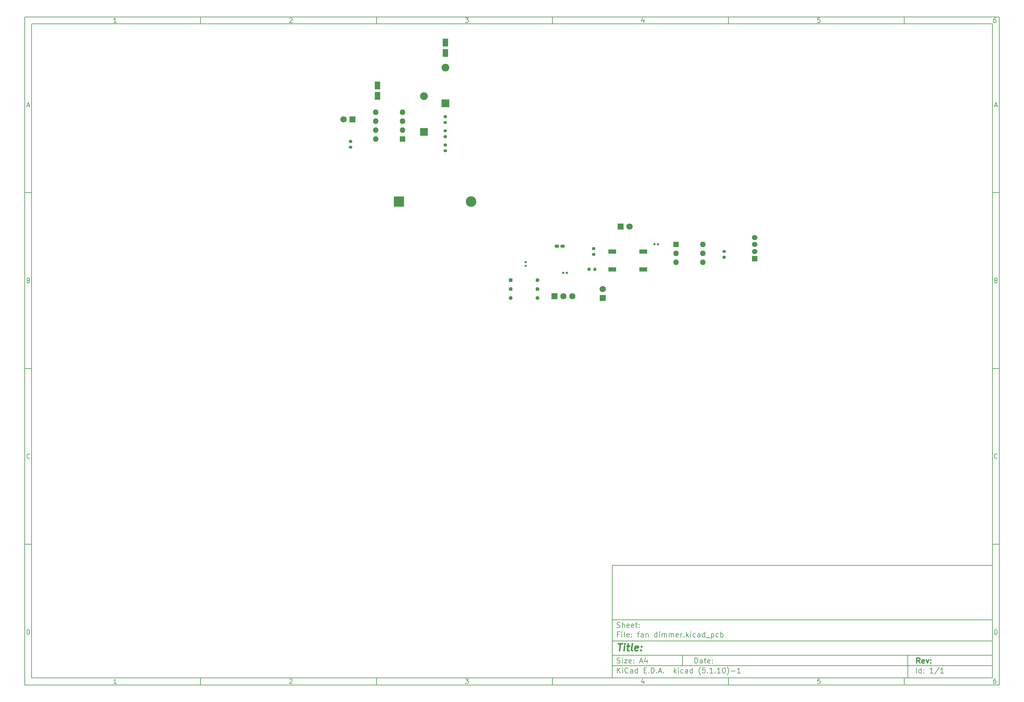
<source format=gts>
%TF.GenerationSoftware,KiCad,Pcbnew,(5.1.10)-1*%
%TF.CreationDate,2021-11-11T09:46:56+05:30*%
%TF.ProjectId,fan dimmer,66616e20-6469-46d6-9d65-722e6b696361,rev?*%
%TF.SameCoordinates,Original*%
%TF.FileFunction,Soldermask,Top*%
%TF.FilePolarity,Negative*%
%FSLAX46Y46*%
G04 Gerber Fmt 4.6, Leading zero omitted, Abs format (unit mm)*
G04 Created by KiCad (PCBNEW (5.1.10)-1) date 2021-11-11 09:46:56*
%MOMM*%
%LPD*%
G01*
G04 APERTURE LIST*
%ADD10C,0.100000*%
%ADD11C,0.150000*%
%ADD12C,0.300000*%
%ADD13C,0.400000*%
%ADD14R,3.000000X3.000000*%
%ADD15C,3.000000*%
%ADD16R,1.600000X2.200000*%
%ADD17O,1.600000X1.600000*%
%ADD18R,1.600000X1.600000*%
%ADD19C,1.800000*%
%ADD20R,1.800000X1.800000*%
%ADD21O,2.200000X2.200000*%
%ADD22R,2.200000X2.200000*%
%ADD23R,2.235200X1.244600*%
%ADD24C,1.130000*%
%ADD25R,1.130000X1.130000*%
%ADD26C,1.790000*%
%ADD27R,1.790000X1.790000*%
%ADD28C,1.524000*%
%ADD29R,1.524000X1.524000*%
G04 APERTURE END LIST*
D10*
D11*
X177002200Y-166007200D02*
X177002200Y-198007200D01*
X285002200Y-198007200D01*
X285002200Y-166007200D01*
X177002200Y-166007200D01*
D10*
D11*
X10000000Y-10000000D02*
X10000000Y-200007200D01*
X287002200Y-200007200D01*
X287002200Y-10000000D01*
X10000000Y-10000000D01*
D10*
D11*
X12000000Y-12000000D02*
X12000000Y-198007200D01*
X285002200Y-198007200D01*
X285002200Y-12000000D01*
X12000000Y-12000000D01*
D10*
D11*
X60000000Y-12000000D02*
X60000000Y-10000000D01*
D10*
D11*
X110000000Y-12000000D02*
X110000000Y-10000000D01*
D10*
D11*
X160000000Y-12000000D02*
X160000000Y-10000000D01*
D10*
D11*
X210000000Y-12000000D02*
X210000000Y-10000000D01*
D10*
D11*
X260000000Y-12000000D02*
X260000000Y-10000000D01*
D10*
D11*
X36065476Y-11588095D02*
X35322619Y-11588095D01*
X35694047Y-11588095D02*
X35694047Y-10288095D01*
X35570238Y-10473809D01*
X35446428Y-10597619D01*
X35322619Y-10659523D01*
D10*
D11*
X85322619Y-10411904D02*
X85384523Y-10350000D01*
X85508333Y-10288095D01*
X85817857Y-10288095D01*
X85941666Y-10350000D01*
X86003571Y-10411904D01*
X86065476Y-10535714D01*
X86065476Y-10659523D01*
X86003571Y-10845238D01*
X85260714Y-11588095D01*
X86065476Y-11588095D01*
D10*
D11*
X135260714Y-10288095D02*
X136065476Y-10288095D01*
X135632142Y-10783333D01*
X135817857Y-10783333D01*
X135941666Y-10845238D01*
X136003571Y-10907142D01*
X136065476Y-11030952D01*
X136065476Y-11340476D01*
X136003571Y-11464285D01*
X135941666Y-11526190D01*
X135817857Y-11588095D01*
X135446428Y-11588095D01*
X135322619Y-11526190D01*
X135260714Y-11464285D01*
D10*
D11*
X185941666Y-10721428D02*
X185941666Y-11588095D01*
X185632142Y-10226190D02*
X185322619Y-11154761D01*
X186127380Y-11154761D01*
D10*
D11*
X236003571Y-10288095D02*
X235384523Y-10288095D01*
X235322619Y-10907142D01*
X235384523Y-10845238D01*
X235508333Y-10783333D01*
X235817857Y-10783333D01*
X235941666Y-10845238D01*
X236003571Y-10907142D01*
X236065476Y-11030952D01*
X236065476Y-11340476D01*
X236003571Y-11464285D01*
X235941666Y-11526190D01*
X235817857Y-11588095D01*
X235508333Y-11588095D01*
X235384523Y-11526190D01*
X235322619Y-11464285D01*
D10*
D11*
X285941666Y-10288095D02*
X285694047Y-10288095D01*
X285570238Y-10350000D01*
X285508333Y-10411904D01*
X285384523Y-10597619D01*
X285322619Y-10845238D01*
X285322619Y-11340476D01*
X285384523Y-11464285D01*
X285446428Y-11526190D01*
X285570238Y-11588095D01*
X285817857Y-11588095D01*
X285941666Y-11526190D01*
X286003571Y-11464285D01*
X286065476Y-11340476D01*
X286065476Y-11030952D01*
X286003571Y-10907142D01*
X285941666Y-10845238D01*
X285817857Y-10783333D01*
X285570238Y-10783333D01*
X285446428Y-10845238D01*
X285384523Y-10907142D01*
X285322619Y-11030952D01*
D10*
D11*
X60000000Y-198007200D02*
X60000000Y-200007200D01*
D10*
D11*
X110000000Y-198007200D02*
X110000000Y-200007200D01*
D10*
D11*
X160000000Y-198007200D02*
X160000000Y-200007200D01*
D10*
D11*
X210000000Y-198007200D02*
X210000000Y-200007200D01*
D10*
D11*
X260000000Y-198007200D02*
X260000000Y-200007200D01*
D10*
D11*
X36065476Y-199595295D02*
X35322619Y-199595295D01*
X35694047Y-199595295D02*
X35694047Y-198295295D01*
X35570238Y-198481009D01*
X35446428Y-198604819D01*
X35322619Y-198666723D01*
D10*
D11*
X85322619Y-198419104D02*
X85384523Y-198357200D01*
X85508333Y-198295295D01*
X85817857Y-198295295D01*
X85941666Y-198357200D01*
X86003571Y-198419104D01*
X86065476Y-198542914D01*
X86065476Y-198666723D01*
X86003571Y-198852438D01*
X85260714Y-199595295D01*
X86065476Y-199595295D01*
D10*
D11*
X135260714Y-198295295D02*
X136065476Y-198295295D01*
X135632142Y-198790533D01*
X135817857Y-198790533D01*
X135941666Y-198852438D01*
X136003571Y-198914342D01*
X136065476Y-199038152D01*
X136065476Y-199347676D01*
X136003571Y-199471485D01*
X135941666Y-199533390D01*
X135817857Y-199595295D01*
X135446428Y-199595295D01*
X135322619Y-199533390D01*
X135260714Y-199471485D01*
D10*
D11*
X185941666Y-198728628D02*
X185941666Y-199595295D01*
X185632142Y-198233390D02*
X185322619Y-199161961D01*
X186127380Y-199161961D01*
D10*
D11*
X236003571Y-198295295D02*
X235384523Y-198295295D01*
X235322619Y-198914342D01*
X235384523Y-198852438D01*
X235508333Y-198790533D01*
X235817857Y-198790533D01*
X235941666Y-198852438D01*
X236003571Y-198914342D01*
X236065476Y-199038152D01*
X236065476Y-199347676D01*
X236003571Y-199471485D01*
X235941666Y-199533390D01*
X235817857Y-199595295D01*
X235508333Y-199595295D01*
X235384523Y-199533390D01*
X235322619Y-199471485D01*
D10*
D11*
X285941666Y-198295295D02*
X285694047Y-198295295D01*
X285570238Y-198357200D01*
X285508333Y-198419104D01*
X285384523Y-198604819D01*
X285322619Y-198852438D01*
X285322619Y-199347676D01*
X285384523Y-199471485D01*
X285446428Y-199533390D01*
X285570238Y-199595295D01*
X285817857Y-199595295D01*
X285941666Y-199533390D01*
X286003571Y-199471485D01*
X286065476Y-199347676D01*
X286065476Y-199038152D01*
X286003571Y-198914342D01*
X285941666Y-198852438D01*
X285817857Y-198790533D01*
X285570238Y-198790533D01*
X285446428Y-198852438D01*
X285384523Y-198914342D01*
X285322619Y-199038152D01*
D10*
D11*
X10000000Y-60000000D02*
X12000000Y-60000000D01*
D10*
D11*
X10000000Y-110000000D02*
X12000000Y-110000000D01*
D10*
D11*
X10000000Y-160000000D02*
X12000000Y-160000000D01*
D10*
D11*
X10690476Y-35216666D02*
X11309523Y-35216666D01*
X10566666Y-35588095D02*
X11000000Y-34288095D01*
X11433333Y-35588095D01*
D10*
D11*
X11092857Y-84907142D02*
X11278571Y-84969047D01*
X11340476Y-85030952D01*
X11402380Y-85154761D01*
X11402380Y-85340476D01*
X11340476Y-85464285D01*
X11278571Y-85526190D01*
X11154761Y-85588095D01*
X10659523Y-85588095D01*
X10659523Y-84288095D01*
X11092857Y-84288095D01*
X11216666Y-84350000D01*
X11278571Y-84411904D01*
X11340476Y-84535714D01*
X11340476Y-84659523D01*
X11278571Y-84783333D01*
X11216666Y-84845238D01*
X11092857Y-84907142D01*
X10659523Y-84907142D01*
D10*
D11*
X11402380Y-135464285D02*
X11340476Y-135526190D01*
X11154761Y-135588095D01*
X11030952Y-135588095D01*
X10845238Y-135526190D01*
X10721428Y-135402380D01*
X10659523Y-135278571D01*
X10597619Y-135030952D01*
X10597619Y-134845238D01*
X10659523Y-134597619D01*
X10721428Y-134473809D01*
X10845238Y-134350000D01*
X11030952Y-134288095D01*
X11154761Y-134288095D01*
X11340476Y-134350000D01*
X11402380Y-134411904D01*
D10*
D11*
X10659523Y-185588095D02*
X10659523Y-184288095D01*
X10969047Y-184288095D01*
X11154761Y-184350000D01*
X11278571Y-184473809D01*
X11340476Y-184597619D01*
X11402380Y-184845238D01*
X11402380Y-185030952D01*
X11340476Y-185278571D01*
X11278571Y-185402380D01*
X11154761Y-185526190D01*
X10969047Y-185588095D01*
X10659523Y-185588095D01*
D10*
D11*
X287002200Y-60000000D02*
X285002200Y-60000000D01*
D10*
D11*
X287002200Y-110000000D02*
X285002200Y-110000000D01*
D10*
D11*
X287002200Y-160000000D02*
X285002200Y-160000000D01*
D10*
D11*
X285692676Y-35216666D02*
X286311723Y-35216666D01*
X285568866Y-35588095D02*
X286002200Y-34288095D01*
X286435533Y-35588095D01*
D10*
D11*
X286095057Y-84907142D02*
X286280771Y-84969047D01*
X286342676Y-85030952D01*
X286404580Y-85154761D01*
X286404580Y-85340476D01*
X286342676Y-85464285D01*
X286280771Y-85526190D01*
X286156961Y-85588095D01*
X285661723Y-85588095D01*
X285661723Y-84288095D01*
X286095057Y-84288095D01*
X286218866Y-84350000D01*
X286280771Y-84411904D01*
X286342676Y-84535714D01*
X286342676Y-84659523D01*
X286280771Y-84783333D01*
X286218866Y-84845238D01*
X286095057Y-84907142D01*
X285661723Y-84907142D01*
D10*
D11*
X286404580Y-135464285D02*
X286342676Y-135526190D01*
X286156961Y-135588095D01*
X286033152Y-135588095D01*
X285847438Y-135526190D01*
X285723628Y-135402380D01*
X285661723Y-135278571D01*
X285599819Y-135030952D01*
X285599819Y-134845238D01*
X285661723Y-134597619D01*
X285723628Y-134473809D01*
X285847438Y-134350000D01*
X286033152Y-134288095D01*
X286156961Y-134288095D01*
X286342676Y-134350000D01*
X286404580Y-134411904D01*
D10*
D11*
X285661723Y-185588095D02*
X285661723Y-184288095D01*
X285971247Y-184288095D01*
X286156961Y-184350000D01*
X286280771Y-184473809D01*
X286342676Y-184597619D01*
X286404580Y-184845238D01*
X286404580Y-185030952D01*
X286342676Y-185278571D01*
X286280771Y-185402380D01*
X286156961Y-185526190D01*
X285971247Y-185588095D01*
X285661723Y-185588095D01*
D10*
D11*
X200434342Y-193785771D02*
X200434342Y-192285771D01*
X200791485Y-192285771D01*
X201005771Y-192357200D01*
X201148628Y-192500057D01*
X201220057Y-192642914D01*
X201291485Y-192928628D01*
X201291485Y-193142914D01*
X201220057Y-193428628D01*
X201148628Y-193571485D01*
X201005771Y-193714342D01*
X200791485Y-193785771D01*
X200434342Y-193785771D01*
X202577200Y-193785771D02*
X202577200Y-193000057D01*
X202505771Y-192857200D01*
X202362914Y-192785771D01*
X202077200Y-192785771D01*
X201934342Y-192857200D01*
X202577200Y-193714342D02*
X202434342Y-193785771D01*
X202077200Y-193785771D01*
X201934342Y-193714342D01*
X201862914Y-193571485D01*
X201862914Y-193428628D01*
X201934342Y-193285771D01*
X202077200Y-193214342D01*
X202434342Y-193214342D01*
X202577200Y-193142914D01*
X203077200Y-192785771D02*
X203648628Y-192785771D01*
X203291485Y-192285771D02*
X203291485Y-193571485D01*
X203362914Y-193714342D01*
X203505771Y-193785771D01*
X203648628Y-193785771D01*
X204720057Y-193714342D02*
X204577200Y-193785771D01*
X204291485Y-193785771D01*
X204148628Y-193714342D01*
X204077200Y-193571485D01*
X204077200Y-193000057D01*
X204148628Y-192857200D01*
X204291485Y-192785771D01*
X204577200Y-192785771D01*
X204720057Y-192857200D01*
X204791485Y-193000057D01*
X204791485Y-193142914D01*
X204077200Y-193285771D01*
X205434342Y-193642914D02*
X205505771Y-193714342D01*
X205434342Y-193785771D01*
X205362914Y-193714342D01*
X205434342Y-193642914D01*
X205434342Y-193785771D01*
X205434342Y-192857200D02*
X205505771Y-192928628D01*
X205434342Y-193000057D01*
X205362914Y-192928628D01*
X205434342Y-192857200D01*
X205434342Y-193000057D01*
D10*
D11*
X177002200Y-194507200D02*
X285002200Y-194507200D01*
D10*
D11*
X178434342Y-196585771D02*
X178434342Y-195085771D01*
X179291485Y-196585771D02*
X178648628Y-195728628D01*
X179291485Y-195085771D02*
X178434342Y-195942914D01*
X179934342Y-196585771D02*
X179934342Y-195585771D01*
X179934342Y-195085771D02*
X179862914Y-195157200D01*
X179934342Y-195228628D01*
X180005771Y-195157200D01*
X179934342Y-195085771D01*
X179934342Y-195228628D01*
X181505771Y-196442914D02*
X181434342Y-196514342D01*
X181220057Y-196585771D01*
X181077200Y-196585771D01*
X180862914Y-196514342D01*
X180720057Y-196371485D01*
X180648628Y-196228628D01*
X180577200Y-195942914D01*
X180577200Y-195728628D01*
X180648628Y-195442914D01*
X180720057Y-195300057D01*
X180862914Y-195157200D01*
X181077200Y-195085771D01*
X181220057Y-195085771D01*
X181434342Y-195157200D01*
X181505771Y-195228628D01*
X182791485Y-196585771D02*
X182791485Y-195800057D01*
X182720057Y-195657200D01*
X182577200Y-195585771D01*
X182291485Y-195585771D01*
X182148628Y-195657200D01*
X182791485Y-196514342D02*
X182648628Y-196585771D01*
X182291485Y-196585771D01*
X182148628Y-196514342D01*
X182077200Y-196371485D01*
X182077200Y-196228628D01*
X182148628Y-196085771D01*
X182291485Y-196014342D01*
X182648628Y-196014342D01*
X182791485Y-195942914D01*
X184148628Y-196585771D02*
X184148628Y-195085771D01*
X184148628Y-196514342D02*
X184005771Y-196585771D01*
X183720057Y-196585771D01*
X183577200Y-196514342D01*
X183505771Y-196442914D01*
X183434342Y-196300057D01*
X183434342Y-195871485D01*
X183505771Y-195728628D01*
X183577200Y-195657200D01*
X183720057Y-195585771D01*
X184005771Y-195585771D01*
X184148628Y-195657200D01*
X186005771Y-195800057D02*
X186505771Y-195800057D01*
X186720057Y-196585771D02*
X186005771Y-196585771D01*
X186005771Y-195085771D01*
X186720057Y-195085771D01*
X187362914Y-196442914D02*
X187434342Y-196514342D01*
X187362914Y-196585771D01*
X187291485Y-196514342D01*
X187362914Y-196442914D01*
X187362914Y-196585771D01*
X188077200Y-196585771D02*
X188077200Y-195085771D01*
X188434342Y-195085771D01*
X188648628Y-195157200D01*
X188791485Y-195300057D01*
X188862914Y-195442914D01*
X188934342Y-195728628D01*
X188934342Y-195942914D01*
X188862914Y-196228628D01*
X188791485Y-196371485D01*
X188648628Y-196514342D01*
X188434342Y-196585771D01*
X188077200Y-196585771D01*
X189577200Y-196442914D02*
X189648628Y-196514342D01*
X189577200Y-196585771D01*
X189505771Y-196514342D01*
X189577200Y-196442914D01*
X189577200Y-196585771D01*
X190220057Y-196157200D02*
X190934342Y-196157200D01*
X190077200Y-196585771D02*
X190577200Y-195085771D01*
X191077200Y-196585771D01*
X191577200Y-196442914D02*
X191648628Y-196514342D01*
X191577200Y-196585771D01*
X191505771Y-196514342D01*
X191577200Y-196442914D01*
X191577200Y-196585771D01*
X194577200Y-196585771D02*
X194577200Y-195085771D01*
X194720057Y-196014342D02*
X195148628Y-196585771D01*
X195148628Y-195585771D02*
X194577200Y-196157200D01*
X195791485Y-196585771D02*
X195791485Y-195585771D01*
X195791485Y-195085771D02*
X195720057Y-195157200D01*
X195791485Y-195228628D01*
X195862914Y-195157200D01*
X195791485Y-195085771D01*
X195791485Y-195228628D01*
X197148628Y-196514342D02*
X197005771Y-196585771D01*
X196720057Y-196585771D01*
X196577200Y-196514342D01*
X196505771Y-196442914D01*
X196434342Y-196300057D01*
X196434342Y-195871485D01*
X196505771Y-195728628D01*
X196577200Y-195657200D01*
X196720057Y-195585771D01*
X197005771Y-195585771D01*
X197148628Y-195657200D01*
X198434342Y-196585771D02*
X198434342Y-195800057D01*
X198362914Y-195657200D01*
X198220057Y-195585771D01*
X197934342Y-195585771D01*
X197791485Y-195657200D01*
X198434342Y-196514342D02*
X198291485Y-196585771D01*
X197934342Y-196585771D01*
X197791485Y-196514342D01*
X197720057Y-196371485D01*
X197720057Y-196228628D01*
X197791485Y-196085771D01*
X197934342Y-196014342D01*
X198291485Y-196014342D01*
X198434342Y-195942914D01*
X199791485Y-196585771D02*
X199791485Y-195085771D01*
X199791485Y-196514342D02*
X199648628Y-196585771D01*
X199362914Y-196585771D01*
X199220057Y-196514342D01*
X199148628Y-196442914D01*
X199077200Y-196300057D01*
X199077200Y-195871485D01*
X199148628Y-195728628D01*
X199220057Y-195657200D01*
X199362914Y-195585771D01*
X199648628Y-195585771D01*
X199791485Y-195657200D01*
X202077200Y-197157200D02*
X202005771Y-197085771D01*
X201862914Y-196871485D01*
X201791485Y-196728628D01*
X201720057Y-196514342D01*
X201648628Y-196157200D01*
X201648628Y-195871485D01*
X201720057Y-195514342D01*
X201791485Y-195300057D01*
X201862914Y-195157200D01*
X202005771Y-194942914D01*
X202077200Y-194871485D01*
X203362914Y-195085771D02*
X202648628Y-195085771D01*
X202577200Y-195800057D01*
X202648628Y-195728628D01*
X202791485Y-195657200D01*
X203148628Y-195657200D01*
X203291485Y-195728628D01*
X203362914Y-195800057D01*
X203434342Y-195942914D01*
X203434342Y-196300057D01*
X203362914Y-196442914D01*
X203291485Y-196514342D01*
X203148628Y-196585771D01*
X202791485Y-196585771D01*
X202648628Y-196514342D01*
X202577200Y-196442914D01*
X204077200Y-196442914D02*
X204148628Y-196514342D01*
X204077200Y-196585771D01*
X204005771Y-196514342D01*
X204077200Y-196442914D01*
X204077200Y-196585771D01*
X205577200Y-196585771D02*
X204720057Y-196585771D01*
X205148628Y-196585771D02*
X205148628Y-195085771D01*
X205005771Y-195300057D01*
X204862914Y-195442914D01*
X204720057Y-195514342D01*
X206220057Y-196442914D02*
X206291485Y-196514342D01*
X206220057Y-196585771D01*
X206148628Y-196514342D01*
X206220057Y-196442914D01*
X206220057Y-196585771D01*
X207720057Y-196585771D02*
X206862914Y-196585771D01*
X207291485Y-196585771D02*
X207291485Y-195085771D01*
X207148628Y-195300057D01*
X207005771Y-195442914D01*
X206862914Y-195514342D01*
X208648628Y-195085771D02*
X208791485Y-195085771D01*
X208934342Y-195157200D01*
X209005771Y-195228628D01*
X209077200Y-195371485D01*
X209148628Y-195657200D01*
X209148628Y-196014342D01*
X209077200Y-196300057D01*
X209005771Y-196442914D01*
X208934342Y-196514342D01*
X208791485Y-196585771D01*
X208648628Y-196585771D01*
X208505771Y-196514342D01*
X208434342Y-196442914D01*
X208362914Y-196300057D01*
X208291485Y-196014342D01*
X208291485Y-195657200D01*
X208362914Y-195371485D01*
X208434342Y-195228628D01*
X208505771Y-195157200D01*
X208648628Y-195085771D01*
X209648628Y-197157200D02*
X209720057Y-197085771D01*
X209862914Y-196871485D01*
X209934342Y-196728628D01*
X210005771Y-196514342D01*
X210077200Y-196157200D01*
X210077200Y-195871485D01*
X210005771Y-195514342D01*
X209934342Y-195300057D01*
X209862914Y-195157200D01*
X209720057Y-194942914D01*
X209648628Y-194871485D01*
X210791485Y-196014342D02*
X211934342Y-196014342D01*
X213434342Y-196585771D02*
X212577200Y-196585771D01*
X213005771Y-196585771D02*
X213005771Y-195085771D01*
X212862914Y-195300057D01*
X212720057Y-195442914D01*
X212577200Y-195514342D01*
D10*
D11*
X177002200Y-191507200D02*
X285002200Y-191507200D01*
D10*
D12*
X264411485Y-193785771D02*
X263911485Y-193071485D01*
X263554342Y-193785771D02*
X263554342Y-192285771D01*
X264125771Y-192285771D01*
X264268628Y-192357200D01*
X264340057Y-192428628D01*
X264411485Y-192571485D01*
X264411485Y-192785771D01*
X264340057Y-192928628D01*
X264268628Y-193000057D01*
X264125771Y-193071485D01*
X263554342Y-193071485D01*
X265625771Y-193714342D02*
X265482914Y-193785771D01*
X265197200Y-193785771D01*
X265054342Y-193714342D01*
X264982914Y-193571485D01*
X264982914Y-193000057D01*
X265054342Y-192857200D01*
X265197200Y-192785771D01*
X265482914Y-192785771D01*
X265625771Y-192857200D01*
X265697200Y-193000057D01*
X265697200Y-193142914D01*
X264982914Y-193285771D01*
X266197200Y-192785771D02*
X266554342Y-193785771D01*
X266911485Y-192785771D01*
X267482914Y-193642914D02*
X267554342Y-193714342D01*
X267482914Y-193785771D01*
X267411485Y-193714342D01*
X267482914Y-193642914D01*
X267482914Y-193785771D01*
X267482914Y-192857200D02*
X267554342Y-192928628D01*
X267482914Y-193000057D01*
X267411485Y-192928628D01*
X267482914Y-192857200D01*
X267482914Y-193000057D01*
D10*
D11*
X178362914Y-193714342D02*
X178577200Y-193785771D01*
X178934342Y-193785771D01*
X179077200Y-193714342D01*
X179148628Y-193642914D01*
X179220057Y-193500057D01*
X179220057Y-193357200D01*
X179148628Y-193214342D01*
X179077200Y-193142914D01*
X178934342Y-193071485D01*
X178648628Y-193000057D01*
X178505771Y-192928628D01*
X178434342Y-192857200D01*
X178362914Y-192714342D01*
X178362914Y-192571485D01*
X178434342Y-192428628D01*
X178505771Y-192357200D01*
X178648628Y-192285771D01*
X179005771Y-192285771D01*
X179220057Y-192357200D01*
X179862914Y-193785771D02*
X179862914Y-192785771D01*
X179862914Y-192285771D02*
X179791485Y-192357200D01*
X179862914Y-192428628D01*
X179934342Y-192357200D01*
X179862914Y-192285771D01*
X179862914Y-192428628D01*
X180434342Y-192785771D02*
X181220057Y-192785771D01*
X180434342Y-193785771D01*
X181220057Y-193785771D01*
X182362914Y-193714342D02*
X182220057Y-193785771D01*
X181934342Y-193785771D01*
X181791485Y-193714342D01*
X181720057Y-193571485D01*
X181720057Y-193000057D01*
X181791485Y-192857200D01*
X181934342Y-192785771D01*
X182220057Y-192785771D01*
X182362914Y-192857200D01*
X182434342Y-193000057D01*
X182434342Y-193142914D01*
X181720057Y-193285771D01*
X183077200Y-193642914D02*
X183148628Y-193714342D01*
X183077200Y-193785771D01*
X183005771Y-193714342D01*
X183077200Y-193642914D01*
X183077200Y-193785771D01*
X183077200Y-192857200D02*
X183148628Y-192928628D01*
X183077200Y-193000057D01*
X183005771Y-192928628D01*
X183077200Y-192857200D01*
X183077200Y-193000057D01*
X184862914Y-193357200D02*
X185577200Y-193357200D01*
X184720057Y-193785771D02*
X185220057Y-192285771D01*
X185720057Y-193785771D01*
X186862914Y-192785771D02*
X186862914Y-193785771D01*
X186505771Y-192214342D02*
X186148628Y-193285771D01*
X187077200Y-193285771D01*
D10*
D11*
X263434342Y-196585771D02*
X263434342Y-195085771D01*
X264791485Y-196585771D02*
X264791485Y-195085771D01*
X264791485Y-196514342D02*
X264648628Y-196585771D01*
X264362914Y-196585771D01*
X264220057Y-196514342D01*
X264148628Y-196442914D01*
X264077200Y-196300057D01*
X264077200Y-195871485D01*
X264148628Y-195728628D01*
X264220057Y-195657200D01*
X264362914Y-195585771D01*
X264648628Y-195585771D01*
X264791485Y-195657200D01*
X265505771Y-196442914D02*
X265577200Y-196514342D01*
X265505771Y-196585771D01*
X265434342Y-196514342D01*
X265505771Y-196442914D01*
X265505771Y-196585771D01*
X265505771Y-195657200D02*
X265577200Y-195728628D01*
X265505771Y-195800057D01*
X265434342Y-195728628D01*
X265505771Y-195657200D01*
X265505771Y-195800057D01*
X268148628Y-196585771D02*
X267291485Y-196585771D01*
X267720057Y-196585771D02*
X267720057Y-195085771D01*
X267577200Y-195300057D01*
X267434342Y-195442914D01*
X267291485Y-195514342D01*
X269862914Y-195014342D02*
X268577200Y-196942914D01*
X271148628Y-196585771D02*
X270291485Y-196585771D01*
X270720057Y-196585771D02*
X270720057Y-195085771D01*
X270577200Y-195300057D01*
X270434342Y-195442914D01*
X270291485Y-195514342D01*
D10*
D11*
X177002200Y-187507200D02*
X285002200Y-187507200D01*
D10*
D13*
X178714580Y-188211961D02*
X179857438Y-188211961D01*
X179036009Y-190211961D02*
X179286009Y-188211961D01*
X180274104Y-190211961D02*
X180440771Y-188878628D01*
X180524104Y-188211961D02*
X180416961Y-188307200D01*
X180500295Y-188402438D01*
X180607438Y-188307200D01*
X180524104Y-188211961D01*
X180500295Y-188402438D01*
X181107438Y-188878628D02*
X181869342Y-188878628D01*
X181476485Y-188211961D02*
X181262200Y-189926247D01*
X181333628Y-190116723D01*
X181512200Y-190211961D01*
X181702676Y-190211961D01*
X182655057Y-190211961D02*
X182476485Y-190116723D01*
X182405057Y-189926247D01*
X182619342Y-188211961D01*
X184190771Y-190116723D02*
X183988390Y-190211961D01*
X183607438Y-190211961D01*
X183428866Y-190116723D01*
X183357438Y-189926247D01*
X183452676Y-189164342D01*
X183571723Y-188973866D01*
X183774104Y-188878628D01*
X184155057Y-188878628D01*
X184333628Y-188973866D01*
X184405057Y-189164342D01*
X184381247Y-189354819D01*
X183405057Y-189545295D01*
X185155057Y-190021485D02*
X185238390Y-190116723D01*
X185131247Y-190211961D01*
X185047914Y-190116723D01*
X185155057Y-190021485D01*
X185131247Y-190211961D01*
X185286009Y-188973866D02*
X185369342Y-189069104D01*
X185262200Y-189164342D01*
X185178866Y-189069104D01*
X185286009Y-188973866D01*
X185262200Y-189164342D01*
D10*
D11*
X178934342Y-185600057D02*
X178434342Y-185600057D01*
X178434342Y-186385771D02*
X178434342Y-184885771D01*
X179148628Y-184885771D01*
X179720057Y-186385771D02*
X179720057Y-185385771D01*
X179720057Y-184885771D02*
X179648628Y-184957200D01*
X179720057Y-185028628D01*
X179791485Y-184957200D01*
X179720057Y-184885771D01*
X179720057Y-185028628D01*
X180648628Y-186385771D02*
X180505771Y-186314342D01*
X180434342Y-186171485D01*
X180434342Y-184885771D01*
X181791485Y-186314342D02*
X181648628Y-186385771D01*
X181362914Y-186385771D01*
X181220057Y-186314342D01*
X181148628Y-186171485D01*
X181148628Y-185600057D01*
X181220057Y-185457200D01*
X181362914Y-185385771D01*
X181648628Y-185385771D01*
X181791485Y-185457200D01*
X181862914Y-185600057D01*
X181862914Y-185742914D01*
X181148628Y-185885771D01*
X182505771Y-186242914D02*
X182577200Y-186314342D01*
X182505771Y-186385771D01*
X182434342Y-186314342D01*
X182505771Y-186242914D01*
X182505771Y-186385771D01*
X182505771Y-185457200D02*
X182577200Y-185528628D01*
X182505771Y-185600057D01*
X182434342Y-185528628D01*
X182505771Y-185457200D01*
X182505771Y-185600057D01*
X184148628Y-185385771D02*
X184720057Y-185385771D01*
X184362914Y-186385771D02*
X184362914Y-185100057D01*
X184434342Y-184957200D01*
X184577200Y-184885771D01*
X184720057Y-184885771D01*
X185862914Y-186385771D02*
X185862914Y-185600057D01*
X185791485Y-185457200D01*
X185648628Y-185385771D01*
X185362914Y-185385771D01*
X185220057Y-185457200D01*
X185862914Y-186314342D02*
X185720057Y-186385771D01*
X185362914Y-186385771D01*
X185220057Y-186314342D01*
X185148628Y-186171485D01*
X185148628Y-186028628D01*
X185220057Y-185885771D01*
X185362914Y-185814342D01*
X185720057Y-185814342D01*
X185862914Y-185742914D01*
X186577200Y-185385771D02*
X186577200Y-186385771D01*
X186577200Y-185528628D02*
X186648628Y-185457200D01*
X186791485Y-185385771D01*
X187005771Y-185385771D01*
X187148628Y-185457200D01*
X187220057Y-185600057D01*
X187220057Y-186385771D01*
X189720057Y-186385771D02*
X189720057Y-184885771D01*
X189720057Y-186314342D02*
X189577200Y-186385771D01*
X189291485Y-186385771D01*
X189148628Y-186314342D01*
X189077200Y-186242914D01*
X189005771Y-186100057D01*
X189005771Y-185671485D01*
X189077200Y-185528628D01*
X189148628Y-185457200D01*
X189291485Y-185385771D01*
X189577200Y-185385771D01*
X189720057Y-185457200D01*
X190434342Y-186385771D02*
X190434342Y-185385771D01*
X190434342Y-184885771D02*
X190362914Y-184957200D01*
X190434342Y-185028628D01*
X190505771Y-184957200D01*
X190434342Y-184885771D01*
X190434342Y-185028628D01*
X191148628Y-186385771D02*
X191148628Y-185385771D01*
X191148628Y-185528628D02*
X191220057Y-185457200D01*
X191362914Y-185385771D01*
X191577200Y-185385771D01*
X191720057Y-185457200D01*
X191791485Y-185600057D01*
X191791485Y-186385771D01*
X191791485Y-185600057D02*
X191862914Y-185457200D01*
X192005771Y-185385771D01*
X192220057Y-185385771D01*
X192362914Y-185457200D01*
X192434342Y-185600057D01*
X192434342Y-186385771D01*
X193148628Y-186385771D02*
X193148628Y-185385771D01*
X193148628Y-185528628D02*
X193220057Y-185457200D01*
X193362914Y-185385771D01*
X193577200Y-185385771D01*
X193720057Y-185457200D01*
X193791485Y-185600057D01*
X193791485Y-186385771D01*
X193791485Y-185600057D02*
X193862914Y-185457200D01*
X194005771Y-185385771D01*
X194220057Y-185385771D01*
X194362914Y-185457200D01*
X194434342Y-185600057D01*
X194434342Y-186385771D01*
X195720057Y-186314342D02*
X195577200Y-186385771D01*
X195291485Y-186385771D01*
X195148628Y-186314342D01*
X195077200Y-186171485D01*
X195077200Y-185600057D01*
X195148628Y-185457200D01*
X195291485Y-185385771D01*
X195577200Y-185385771D01*
X195720057Y-185457200D01*
X195791485Y-185600057D01*
X195791485Y-185742914D01*
X195077200Y-185885771D01*
X196434342Y-186385771D02*
X196434342Y-185385771D01*
X196434342Y-185671485D02*
X196505771Y-185528628D01*
X196577200Y-185457200D01*
X196720057Y-185385771D01*
X196862914Y-185385771D01*
X197362914Y-186242914D02*
X197434342Y-186314342D01*
X197362914Y-186385771D01*
X197291485Y-186314342D01*
X197362914Y-186242914D01*
X197362914Y-186385771D01*
X198077200Y-186385771D02*
X198077200Y-184885771D01*
X198220057Y-185814342D02*
X198648628Y-186385771D01*
X198648628Y-185385771D02*
X198077200Y-185957200D01*
X199291485Y-186385771D02*
X199291485Y-185385771D01*
X199291485Y-184885771D02*
X199220057Y-184957200D01*
X199291485Y-185028628D01*
X199362914Y-184957200D01*
X199291485Y-184885771D01*
X199291485Y-185028628D01*
X200648628Y-186314342D02*
X200505771Y-186385771D01*
X200220057Y-186385771D01*
X200077200Y-186314342D01*
X200005771Y-186242914D01*
X199934342Y-186100057D01*
X199934342Y-185671485D01*
X200005771Y-185528628D01*
X200077200Y-185457200D01*
X200220057Y-185385771D01*
X200505771Y-185385771D01*
X200648628Y-185457200D01*
X201934342Y-186385771D02*
X201934342Y-185600057D01*
X201862914Y-185457200D01*
X201720057Y-185385771D01*
X201434342Y-185385771D01*
X201291485Y-185457200D01*
X201934342Y-186314342D02*
X201791485Y-186385771D01*
X201434342Y-186385771D01*
X201291485Y-186314342D01*
X201220057Y-186171485D01*
X201220057Y-186028628D01*
X201291485Y-185885771D01*
X201434342Y-185814342D01*
X201791485Y-185814342D01*
X201934342Y-185742914D01*
X203291485Y-186385771D02*
X203291485Y-184885771D01*
X203291485Y-186314342D02*
X203148628Y-186385771D01*
X202862914Y-186385771D01*
X202720057Y-186314342D01*
X202648628Y-186242914D01*
X202577200Y-186100057D01*
X202577200Y-185671485D01*
X202648628Y-185528628D01*
X202720057Y-185457200D01*
X202862914Y-185385771D01*
X203148628Y-185385771D01*
X203291485Y-185457200D01*
X203648628Y-186528628D02*
X204791485Y-186528628D01*
X205148628Y-185385771D02*
X205148628Y-186885771D01*
X205148628Y-185457200D02*
X205291485Y-185385771D01*
X205577200Y-185385771D01*
X205720057Y-185457200D01*
X205791485Y-185528628D01*
X205862914Y-185671485D01*
X205862914Y-186100057D01*
X205791485Y-186242914D01*
X205720057Y-186314342D01*
X205577200Y-186385771D01*
X205291485Y-186385771D01*
X205148628Y-186314342D01*
X207148628Y-186314342D02*
X207005771Y-186385771D01*
X206720057Y-186385771D01*
X206577200Y-186314342D01*
X206505771Y-186242914D01*
X206434342Y-186100057D01*
X206434342Y-185671485D01*
X206505771Y-185528628D01*
X206577200Y-185457200D01*
X206720057Y-185385771D01*
X207005771Y-185385771D01*
X207148628Y-185457200D01*
X207791485Y-186385771D02*
X207791485Y-184885771D01*
X207791485Y-185457200D02*
X207934342Y-185385771D01*
X208220057Y-185385771D01*
X208362914Y-185457200D01*
X208434342Y-185528628D01*
X208505771Y-185671485D01*
X208505771Y-186100057D01*
X208434342Y-186242914D01*
X208362914Y-186314342D01*
X208220057Y-186385771D01*
X207934342Y-186385771D01*
X207791485Y-186314342D01*
D10*
D11*
X177002200Y-181507200D02*
X285002200Y-181507200D01*
D10*
D11*
X178362914Y-183614342D02*
X178577200Y-183685771D01*
X178934342Y-183685771D01*
X179077200Y-183614342D01*
X179148628Y-183542914D01*
X179220057Y-183400057D01*
X179220057Y-183257200D01*
X179148628Y-183114342D01*
X179077200Y-183042914D01*
X178934342Y-182971485D01*
X178648628Y-182900057D01*
X178505771Y-182828628D01*
X178434342Y-182757200D01*
X178362914Y-182614342D01*
X178362914Y-182471485D01*
X178434342Y-182328628D01*
X178505771Y-182257200D01*
X178648628Y-182185771D01*
X179005771Y-182185771D01*
X179220057Y-182257200D01*
X179862914Y-183685771D02*
X179862914Y-182185771D01*
X180505771Y-183685771D02*
X180505771Y-182900057D01*
X180434342Y-182757200D01*
X180291485Y-182685771D01*
X180077200Y-182685771D01*
X179934342Y-182757200D01*
X179862914Y-182828628D01*
X181791485Y-183614342D02*
X181648628Y-183685771D01*
X181362914Y-183685771D01*
X181220057Y-183614342D01*
X181148628Y-183471485D01*
X181148628Y-182900057D01*
X181220057Y-182757200D01*
X181362914Y-182685771D01*
X181648628Y-182685771D01*
X181791485Y-182757200D01*
X181862914Y-182900057D01*
X181862914Y-183042914D01*
X181148628Y-183185771D01*
X183077200Y-183614342D02*
X182934342Y-183685771D01*
X182648628Y-183685771D01*
X182505771Y-183614342D01*
X182434342Y-183471485D01*
X182434342Y-182900057D01*
X182505771Y-182757200D01*
X182648628Y-182685771D01*
X182934342Y-182685771D01*
X183077200Y-182757200D01*
X183148628Y-182900057D01*
X183148628Y-183042914D01*
X182434342Y-183185771D01*
X183577200Y-182685771D02*
X184148628Y-182685771D01*
X183791485Y-182185771D02*
X183791485Y-183471485D01*
X183862914Y-183614342D01*
X184005771Y-183685771D01*
X184148628Y-183685771D01*
X184648628Y-183542914D02*
X184720057Y-183614342D01*
X184648628Y-183685771D01*
X184577200Y-183614342D01*
X184648628Y-183542914D01*
X184648628Y-183685771D01*
X184648628Y-182757200D02*
X184720057Y-182828628D01*
X184648628Y-182900057D01*
X184577200Y-182828628D01*
X184648628Y-182757200D01*
X184648628Y-182900057D01*
D10*
D11*
X197002200Y-191507200D02*
X197002200Y-194507200D01*
D10*
D11*
X261002200Y-191507200D02*
X261002200Y-198007200D01*
D14*
%TO.C,Battery1*%
X116332000Y-62484000D03*
D15*
X136822000Y-62484000D03*
%TD*%
D16*
%TO.C,C2*%
X110236000Y-29488000D03*
X110236000Y-32488000D03*
%TD*%
%TO.C,C1*%
X129540000Y-17296000D03*
X129540000Y-20296000D03*
%TD*%
D17*
%TO.C,U4*%
X109728000Y-44704000D03*
X117348000Y-37084000D03*
X109728000Y-42164000D03*
X117348000Y-39624000D03*
X109728000Y-39624000D03*
X117348000Y-42164000D03*
X109728000Y-37084000D03*
D18*
X117348000Y-44704000D03*
%TD*%
%TO.C,R10*%
G36*
G01*
X102891000Y-45803000D02*
X102341000Y-45803000D01*
G75*
G02*
X102141000Y-45603000I0J200000D01*
G01*
X102141000Y-45203000D01*
G75*
G02*
X102341000Y-45003000I200000J0D01*
G01*
X102891000Y-45003000D01*
G75*
G02*
X103091000Y-45203000I0J-200000D01*
G01*
X103091000Y-45603000D01*
G75*
G02*
X102891000Y-45803000I-200000J0D01*
G01*
G37*
G36*
G01*
X102891000Y-47453000D02*
X102341000Y-47453000D01*
G75*
G02*
X102141000Y-47253000I0J200000D01*
G01*
X102141000Y-46853000D01*
G75*
G02*
X102341000Y-46653000I200000J0D01*
G01*
X102891000Y-46653000D01*
G75*
G02*
X103091000Y-46853000I0J-200000D01*
G01*
X103091000Y-47253000D01*
G75*
G02*
X102891000Y-47453000I-200000J0D01*
G01*
G37*
%TD*%
%TO.C,R9*%
G36*
G01*
X129794827Y-38789000D02*
X129244827Y-38789000D01*
G75*
G02*
X129044827Y-38589000I0J200000D01*
G01*
X129044827Y-38189000D01*
G75*
G02*
X129244827Y-37989000I200000J0D01*
G01*
X129794827Y-37989000D01*
G75*
G02*
X129994827Y-38189000I0J-200000D01*
G01*
X129994827Y-38589000D01*
G75*
G02*
X129794827Y-38789000I-200000J0D01*
G01*
G37*
G36*
G01*
X129794827Y-40439000D02*
X129244827Y-40439000D01*
G75*
G02*
X129044827Y-40239000I0J200000D01*
G01*
X129044827Y-39839000D01*
G75*
G02*
X129244827Y-39639000I200000J0D01*
G01*
X129794827Y-39639000D01*
G75*
G02*
X129994827Y-39839000I0J-200000D01*
G01*
X129994827Y-40239000D01*
G75*
G02*
X129794827Y-40439000I-200000J0D01*
G01*
G37*
%TD*%
%TO.C,R8*%
G36*
G01*
X129794827Y-42799000D02*
X129244827Y-42799000D01*
G75*
G02*
X129044827Y-42599000I0J200000D01*
G01*
X129044827Y-42199000D01*
G75*
G02*
X129244827Y-41999000I200000J0D01*
G01*
X129794827Y-41999000D01*
G75*
G02*
X129994827Y-42199000I0J-200000D01*
G01*
X129994827Y-42599000D01*
G75*
G02*
X129794827Y-42799000I-200000J0D01*
G01*
G37*
G36*
G01*
X129794827Y-44449000D02*
X129244827Y-44449000D01*
G75*
G02*
X129044827Y-44249000I0J200000D01*
G01*
X129044827Y-43849000D01*
G75*
G02*
X129244827Y-43649000I200000J0D01*
G01*
X129794827Y-43649000D01*
G75*
G02*
X129994827Y-43849000I0J-200000D01*
G01*
X129994827Y-44249000D01*
G75*
G02*
X129794827Y-44449000I-200000J0D01*
G01*
G37*
%TD*%
%TO.C,R7*%
G36*
G01*
X129794827Y-46809000D02*
X129244827Y-46809000D01*
G75*
G02*
X129044827Y-46609000I0J200000D01*
G01*
X129044827Y-46209000D01*
G75*
G02*
X129244827Y-46009000I200000J0D01*
G01*
X129794827Y-46009000D01*
G75*
G02*
X129994827Y-46209000I0J-200000D01*
G01*
X129994827Y-46609000D01*
G75*
G02*
X129794827Y-46809000I-200000J0D01*
G01*
G37*
G36*
G01*
X129794827Y-48459000D02*
X129244827Y-48459000D01*
G75*
G02*
X129044827Y-48259000I0J200000D01*
G01*
X129044827Y-47859000D01*
G75*
G02*
X129244827Y-47659000I200000J0D01*
G01*
X129794827Y-47659000D01*
G75*
G02*
X129994827Y-47859000I0J-200000D01*
G01*
X129994827Y-48259000D01*
G75*
G02*
X129794827Y-48459000I-200000J0D01*
G01*
G37*
%TD*%
D19*
%TO.C,J1*%
X181864000Y-69596000D03*
D20*
X179324000Y-69596000D03*
%TD*%
D19*
%TO.C,D6*%
X100584000Y-39116000D03*
D20*
X103124000Y-39116000D03*
%TD*%
D21*
%TO.C,D5*%
X123444000Y-32512000D03*
D22*
X123444000Y-42672000D03*
%TD*%
D21*
%TO.C,D4*%
X129540000Y-24384000D03*
D22*
X129540000Y-34544000D03*
%TD*%
D23*
%TO.C,U2*%
X176961800Y-81788000D03*
X176961800Y-76708000D03*
X185750200Y-76708000D03*
X185750200Y-81788000D03*
%TD*%
D24*
%TO.C,U1*%
X155702000Y-84836000D03*
X155702000Y-87376000D03*
X155702000Y-89916000D03*
X148082000Y-89916000D03*
X148082000Y-87376000D03*
D25*
X148082000Y-84836000D03*
%TD*%
D26*
%TO.C,D3*%
X165608000Y-89408000D03*
X163068000Y-89408000D03*
D27*
X160528000Y-89408000D03*
%TD*%
D28*
%TO.C,J2*%
X217424000Y-72740000D03*
X217424000Y-74740000D03*
X217424000Y-76740000D03*
D29*
X217424000Y-78740000D03*
%TD*%
D17*
%TO.C,U3*%
X202692000Y-74676000D03*
X195072000Y-79756000D03*
X202692000Y-77216000D03*
X195072000Y-77216000D03*
X202692000Y-79756000D03*
D18*
X195072000Y-74676000D03*
%TD*%
%TO.C,R6*%
G36*
G01*
X209063000Y-77108000D02*
X208513000Y-77108000D01*
G75*
G02*
X208313000Y-76908000I0J200000D01*
G01*
X208313000Y-76508000D01*
G75*
G02*
X208513000Y-76308000I200000J0D01*
G01*
X209063000Y-76308000D01*
G75*
G02*
X209263000Y-76508000I0J-200000D01*
G01*
X209263000Y-76908000D01*
G75*
G02*
X209063000Y-77108000I-200000J0D01*
G01*
G37*
G36*
G01*
X209063000Y-78758000D02*
X208513000Y-78758000D01*
G75*
G02*
X208313000Y-78558000I0J200000D01*
G01*
X208313000Y-78158000D01*
G75*
G02*
X208513000Y-77958000I200000J0D01*
G01*
X209063000Y-77958000D01*
G75*
G02*
X209263000Y-78158000I0J-200000D01*
G01*
X209263000Y-78558000D01*
G75*
G02*
X209063000Y-78758000I-200000J0D01*
G01*
G37*
%TD*%
%TO.C,R5*%
G36*
G01*
X189242000Y-74491000D02*
X189242000Y-74861000D01*
G75*
G02*
X189107000Y-74996000I-135000J0D01*
G01*
X188837000Y-74996000D01*
G75*
G02*
X188702000Y-74861000I0J135000D01*
G01*
X188702000Y-74491000D01*
G75*
G02*
X188837000Y-74356000I135000J0D01*
G01*
X189107000Y-74356000D01*
G75*
G02*
X189242000Y-74491000I0J-135000D01*
G01*
G37*
G36*
G01*
X190262000Y-74491000D02*
X190262000Y-74861000D01*
G75*
G02*
X190127000Y-74996000I-135000J0D01*
G01*
X189857000Y-74996000D01*
G75*
G02*
X189722000Y-74861000I0J135000D01*
G01*
X189722000Y-74491000D01*
G75*
G02*
X189857000Y-74356000I135000J0D01*
G01*
X190127000Y-74356000D01*
G75*
G02*
X190262000Y-74491000I0J-135000D01*
G01*
G37*
%TD*%
%TO.C,R4*%
G36*
G01*
X171429000Y-77133000D02*
X171979000Y-77133000D01*
G75*
G02*
X172179000Y-77333000I0J-200000D01*
G01*
X172179000Y-77733000D01*
G75*
G02*
X171979000Y-77933000I-200000J0D01*
G01*
X171429000Y-77933000D01*
G75*
G02*
X171229000Y-77733000I0J200000D01*
G01*
X171229000Y-77333000D01*
G75*
G02*
X171429000Y-77133000I200000J0D01*
G01*
G37*
G36*
G01*
X171429000Y-75483000D02*
X171979000Y-75483000D01*
G75*
G02*
X172179000Y-75683000I0J-200000D01*
G01*
X172179000Y-76083000D01*
G75*
G02*
X171979000Y-76283000I-200000J0D01*
G01*
X171429000Y-76283000D01*
G75*
G02*
X171229000Y-76083000I0J200000D01*
G01*
X171229000Y-75683000D01*
G75*
G02*
X171429000Y-75483000I200000J0D01*
G01*
G37*
%TD*%
%TO.C,R3*%
G36*
G01*
X170771000Y-81513000D02*
X170771000Y-82063000D01*
G75*
G02*
X170571000Y-82263000I-200000J0D01*
G01*
X170171000Y-82263000D01*
G75*
G02*
X169971000Y-82063000I0J200000D01*
G01*
X169971000Y-81513000D01*
G75*
G02*
X170171000Y-81313000I200000J0D01*
G01*
X170571000Y-81313000D01*
G75*
G02*
X170771000Y-81513000I0J-200000D01*
G01*
G37*
G36*
G01*
X172421000Y-81513000D02*
X172421000Y-82063000D01*
G75*
G02*
X172221000Y-82263000I-200000J0D01*
G01*
X171821000Y-82263000D01*
G75*
G02*
X171621000Y-82063000I0J200000D01*
G01*
X171621000Y-81513000D01*
G75*
G02*
X171821000Y-81313000I200000J0D01*
G01*
X172221000Y-81313000D01*
G75*
G02*
X172421000Y-81513000I0J-200000D01*
G01*
G37*
%TD*%
%TO.C,R2*%
G36*
G01*
X163338000Y-82619000D02*
X163338000Y-82989000D01*
G75*
G02*
X163203000Y-83124000I-135000J0D01*
G01*
X162933000Y-83124000D01*
G75*
G02*
X162798000Y-82989000I0J135000D01*
G01*
X162798000Y-82619000D01*
G75*
G02*
X162933000Y-82484000I135000J0D01*
G01*
X163203000Y-82484000D01*
G75*
G02*
X163338000Y-82619000I0J-135000D01*
G01*
G37*
G36*
G01*
X164358000Y-82619000D02*
X164358000Y-82989000D01*
G75*
G02*
X164223000Y-83124000I-135000J0D01*
G01*
X163953000Y-83124000D01*
G75*
G02*
X163818000Y-82989000I0J135000D01*
G01*
X163818000Y-82619000D01*
G75*
G02*
X163953000Y-82484000I135000J0D01*
G01*
X164223000Y-82484000D01*
G75*
G02*
X164358000Y-82619000I0J-135000D01*
G01*
G37*
%TD*%
%TO.C,R1*%
G36*
G01*
X152215000Y-80504000D02*
X152585000Y-80504000D01*
G75*
G02*
X152720000Y-80639000I0J-135000D01*
G01*
X152720000Y-80909000D01*
G75*
G02*
X152585000Y-81044000I-135000J0D01*
G01*
X152215000Y-81044000D01*
G75*
G02*
X152080000Y-80909000I0J135000D01*
G01*
X152080000Y-80639000D01*
G75*
G02*
X152215000Y-80504000I135000J0D01*
G01*
G37*
G36*
G01*
X152215000Y-79484000D02*
X152585000Y-79484000D01*
G75*
G02*
X152720000Y-79619000I0J-135000D01*
G01*
X152720000Y-79889000D01*
G75*
G02*
X152585000Y-80024000I-135000J0D01*
G01*
X152215000Y-80024000D01*
G75*
G02*
X152080000Y-79889000I0J135000D01*
G01*
X152080000Y-79619000D01*
G75*
G02*
X152215000Y-79484000I135000J0D01*
G01*
G37*
%TD*%
D19*
%TO.C,D2*%
X174244000Y-87376000D03*
D20*
X174244000Y-89916000D03*
%TD*%
%TO.C,D1*%
G36*
G01*
X162252000Y-75396500D02*
X162252000Y-74971500D01*
G75*
G02*
X162464500Y-74759000I212500J0D01*
G01*
X163264500Y-74759000D01*
G75*
G02*
X163477000Y-74971500I0J-212500D01*
G01*
X163477000Y-75396500D01*
G75*
G02*
X163264500Y-75609000I-212500J0D01*
G01*
X162464500Y-75609000D01*
G75*
G02*
X162252000Y-75396500I0J212500D01*
G01*
G37*
G36*
G01*
X160627000Y-75396500D02*
X160627000Y-74971500D01*
G75*
G02*
X160839500Y-74759000I212500J0D01*
G01*
X161639500Y-74759000D01*
G75*
G02*
X161852000Y-74971500I0J-212500D01*
G01*
X161852000Y-75396500D01*
G75*
G02*
X161639500Y-75609000I-212500J0D01*
G01*
X160839500Y-75609000D01*
G75*
G02*
X160627000Y-75396500I0J212500D01*
G01*
G37*
%TD*%
M02*

</source>
